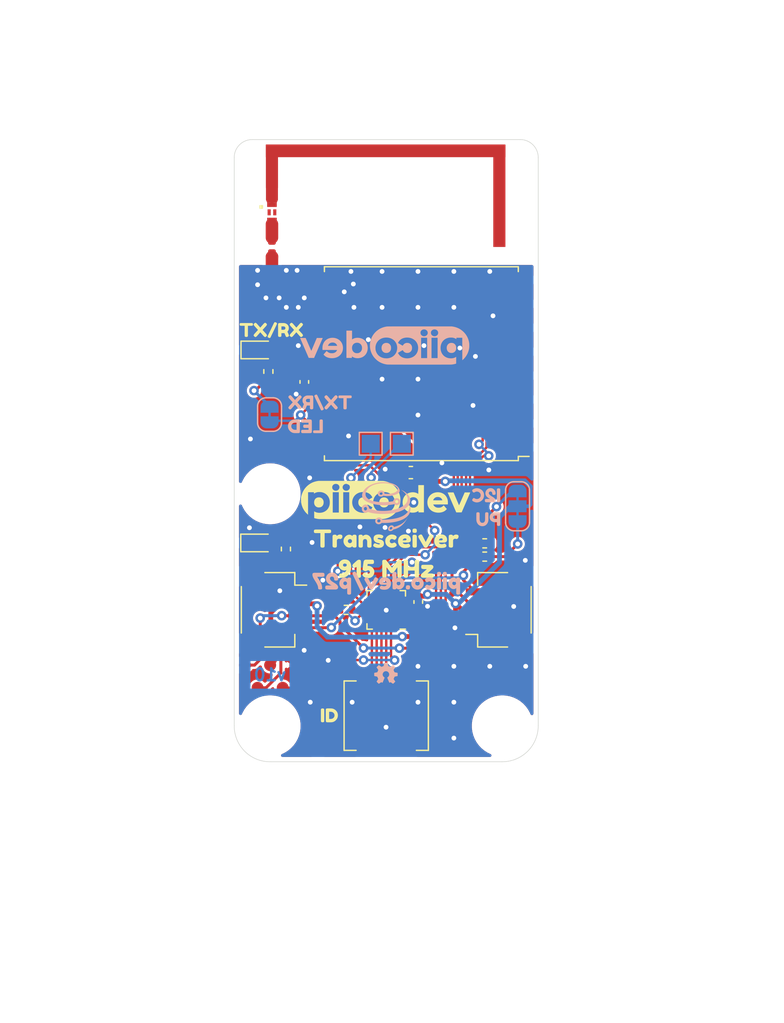
<source format=kicad_pcb>
(kicad_pcb (version 20211014) (generator pcbnew)
  (layers (0 "F.Cu" signal) (31 "B.Cu" signal) (34 "B.Paste" user) (35 "F.Paste" user) (36 "B.SilkS" user "B.Silkscreen") (37 "F.SilkS" user "F.Silkscreen") (38 "B.Mask" user) (39 "F.Mask" user) (44 "Edge.Cuts" user))
  (net 0 "")
  (net 1 "+3V3")
  (net 2 "GND")
  (net 3 "Net-(D1-Pad2)")
  (net 4 "/SCL")
  (net 5 "/SDA")
  (net 6 "Net-(JP2-Pad1)")
  (net 7 "Net-(JP2-Pad3)")
  (net 8 "/UPDI")
  (net 9 "/ADD2")
  (net 10 "/ADD1")
  (net 11 "/PWR_LED")
  (net 12 "/ADD3")
  (net 13 "/ADD4")
  (net 14 "/MISO")
  (net 15 "/SCK")
  (net 16 "/NSS")
  (net 17 "/RF")
  (net 18 "/MOSI")
  (net 19 "/RESET")
  (net 20 "Net-(R4-Pad1)")
  (net 22 "/DIO0")
  (net 24 "Net-(D2-Pad2)")
  (net 25 "Net-(JP1-Pad1)")
  (net 26 "Net-(AE1-Pad1)")
  (net 27 "/RF2")
  (net 28 "/RF1")
  (net 33 "/RXD")
  (net 34 "/TXD")
  (footprint "Connector_JST:JST_SH_SM04B-SRSS-TB_1x04-1MP_P1.00mm_Horizontal" (layer "F.Cu") (at 106.7054 101.346 90)
    (fp_text reference "J2" hide)
    (fp_text value " ")
  )
  (footprint "CoreElectronics_Components:MountingHole_2.7mm_M2.5_PadClearance_1.2" (layer "F.Cu") (at 87.5792 111.0488)
    (fp_text reference "H1" hide)
    (fp_text value "MountingHole" hide)
  )
  (footprint "Fiducial:Fiducial_1mm_Mask2mm" (layer "F.Cu") (at 91.578 112.555)
    (fp_text reference "FID1" hide)
    (fp_text value "Fiducial" hide)
  )
  (footprint "CoreElectronics_Components:MountingHole_2.7mm_M2.5_PadClearance_1.2" (layer "F.Cu") (at 106.982 111.0488)
    (fp_text reference "H2" hide)
    (fp_text value "MountingHole" hide)
  )
  (footprint "Fiducial:Fiducial_1mm_Mask2mm" (layer "F.Cu") (at 104.434 77.068)
    (fp_text reference "FID2" hide)
    (fp_text value "Fiducial" hide)
  )
  (footprint "Resistor_SMD:R_0402_1005Metric" (layer "F.Cu") (at 88.9 96.266 90)
    (fp_text reference "R1" hide)
    (fp_text value "10k")
  )
  (footprint "LED_SMD:LED_0603_1608Metric" (layer "F.Cu") (at 86.614 95.758)
    (fp_text reference "D1" hide)
    (fp_text value "LED")
  )
  (footprint "Connector_JST:JST_SH_SM04B-SRSS-TB_1x04-1MP_P1.00mm_Horizontal" (layer "F.Cu") (at 87.8586 101.346 -90)
    (fp_text reference "J1" hide)
    (fp_text value " " hide)
  )
  (footprint "Resistor_SMD:R_0402_1005Metric" (layer "F.Cu") (at 105.5116 96.901 180)
    (fp_text reference "R2" hide)
    (fp_text value "10k")
  )
  (footprint "Package_DFN_QFN:VQFN-20-1EP_3x3mm_P0.4mm_EP1.7x1.7mm" (layer "F.Cu") (at 97.282 101.3536 180)
    (fp_text reference "U1" hide)
    (fp_text value "ATtiny1616-M")
  )
  (footprint "Capacitor_SMD:C_0402_1005Metric" (layer "F.Cu") (at 99.96 100.6932 90)
    (fp_text reference "C1" hide)
    (fp_text value "100n")
  )
  (footprint "CoreElectronics_Artwork:piicodev_logo_14.2x3.4mm" (layer "F.Cu") (at 97.249953 92.272851)
    (fp_text reference "G1" hide)
    (fp_text value "LOGO_PiicoDev" hide)
  )
  (footprint "Resistor_SMD:R_0402_1005Metric" (layer "F.Cu") (at 105.5096 95.7916 180)
    (fp_text reference "R3" hide)
    (fp_text value "10k")
  )
  (footprint "CoreElectronics_Components:SW_DIP_x04_Slide_CHS-04A1" (layer "F.Cu") (at 97.282 110.1928)
    (fp_text reference "SW1" hide)
    (fp_text value "ADDR")
  )
  (footprint "CoreElectronics_Components:HOPERF_RFM69HCW_SMD" (layer "F.Cu") (at 100.2166 80.778 180)
    (fp_text reference "U2" hide)
    (fp_text value "RFM69HCW")
  )
  (footprint "kibuzzard-637C5BCC" (layer "F.Cu") (at 97.284 95.368)
    (fp_text reference "kibuzzard-637C5BCC" hide)
    (fp_text value "G***" hide)
  )
  (footprint "kibuzzard-637C5B84" (layer "F.Cu") (at 87.684 77.968)
    (fp_text reference "kibuzzard-637C5B84" hide)
    (fp_text value "G***" hide)
  )
  (footprint "kibuzzard-637C5BDE" (layer "F.Cu") (at 97.284 97.918)
    (fp_text reference "kibuzzard-637C5BDE" hide)
    (fp_text value "G***" hide)
  )
  (footprint "Resistor_SMD:R_0402_1005Metric" (layer "F.Cu") (at 93.9292 101.3536 180)
    (fp_text reference "R4" hide)
    (fp_text value "120R")
  )
  (footprint "Capacitor_SMD:C_0402_1005Metric" (layer "F.Cu") (at 90.4376 82.299482 90)
    (fp_text reference "C2" hide)
    (fp_text value "100n")
  )
  (footprint "Capacitor_SMD:C_0603_1608Metric" (layer "F.Cu") (at 99.34 89.878)
    (fp_text reference "C3" hide)
    (fp_text value "10u")
  )
  (footprint "Resistor_SMD:R_0402_1005Metric" (layer "F.Cu") (at 87.434 81.428 90)
    (fp_text reference "R5" hide)
    (fp_text value "10k")
  )
  (footprint "CoreElectronics_Components:MountingHole_2.7mm_M2.5_PadClearance_1.2" (layer "F.Cu") (at 87.582 91.6488)
    (fp_text reference "H3" hide)
    (fp_text value "MountingHole" hide)
  )
  (footprint "CoreElectronics_Components:Antenna_Chip_TDK_ANT160920ST-1204A1" (layer "F.Cu") (at 87.734 68.128 -90)
    (fp_text reference "AE1" hide)
    (fp_text value "Antenna_Chip_No_Antenna_Symbol")
  )
  (footprint "LED_SMD:LED_0603_1608Metric" (layer "F.Cu") (at 86.634 79.628)
    (fp_text reference "D2" hide)
    (fp_text value "LED")
  )
  (footprint "kibuzzard-637C5DFB" (layer "F.Cu") (at 92.534 110.168)
    (fp_text reference "kibuzzard-637C5DFB" hide)
    (fp_text value "G***" hide)
  )
  (footprint "Inductor_SMD:L_0402_1005Metric" (layer "F.Cu") (at 89.334 74.728 90)
    (fp_text reference "L1" hide)
    (fp_text value "4.3n")
  )
  (footprint "Project Library:PiicoDev_Radio_Antenna" (layer "F.Cu") (at 87.734 68.115 90)
    (fp_text reference "AE2" hide)
    (fp_text value "Antenna" hide)
  )
  (footprint "Inductor_SMD:L_0402_1005Metric" (layer "F.Cu") (at 87.734 73.463 90)
    (fp_text reference "L2" hide)
    (fp_text value "1nH")
  )
  (footprint "Inductor_SMD:L_0402_1005Metric" (layer "F.Cu") (at 87.734 71.028 90)
    (fp_text reference "L3" hide)
    (fp_text value "10n")
  )
  (footprint "CoreElectronics_Components:TestPoint_Pad_D1.0mm_x05_Pattern1" (layer "F.Cu") (at 87.5822 106.9168 -90)
    (fp_text reference "J3" hide)
    (fp_text value "Conn_01x05_Male" hide)
  )
  (footprint "CoreElectronics_Artwork:piicodev_logo_14.2x3.4mm" (layer "B.Cu") (at 97.138047 79.362851 180)
    (fp_text reference "G3" hide)
    (fp_text value "LOGO_made-with-love" hide)
  )
  (footprint "CoreElectronics_Artwork:oshw" (layer "B.Cu") (at 97.264 106.658 180)
    (fp_text reference "LOGO1" hide)
    (fp_text value "Logo_Open_Hardware_Small" hide)
  )
  (footprint "CoreElectronics_Components:SolderJumper-3_P1.3mm_Closed_RoundedPad1.0x1.5mm_NumberLabels" (layer "B.Cu") (at 108.2548 92.6928 -90)
    (fp_text reference "JP2" hide)
    (fp_text value "I2C PU")
  )
  (footprint "CoreElectronics_Artwork:CoreElectronics_logo_5mm_v2" (layer "B.Cu") (at 97.274 92.728 180)
    (fp_text reference "G2" hide)
    (fp_text value "LOGO_CoreElectronics_no-text" hide)
  )
  (footprint "kibuzzard-637C5EDA" (layer "B.Cu") (at 97.284 99.118 180)
    (fp_text reference "kibuzzard-637C5EDA" hide)
    (fp_text value "G***" hide)
  )
  (footprint "TestPoint:TestPoint_Pad_1.5x1.5mm" (layer "B.Cu") (at 98.584 87.468 180)
    (fp_text reference "TP1" hide)
    (fp_text value "TestPoint")
  )
  (footprint "kibuzzard-637C5F9F" (layer "B.Cu") (at 91.734 84.968 180)
    (fp_text reference "kibuzzard-637C5F9F" hide)
    (fp_text value "G***" hide)
  )
  (footprint "kibuzzard-637C5EAE" (layer "B.Cu") (at 105.634 92.768 180)
    (fp_text reference "kibuzzard-637C5EAE" hide)
    (fp_text value "G***" hide)
  )
  (footprint "TestPoint:TestPoint_Pad_1.5x1.5mm" (layer "B.Cu") (at 95.984 87.468 180)
    (fp_text reference "TP2" hide)
    (fp_text value "TestPoint")
  )
  (footprint "CoreElectronics_Components:SolderJumper-2_P1.3mm_Bridged_RoundedPad1.0x1.5mm" (layer "B.Cu") (at 87.534 85.028 -90)
    (fp_text reference "JP1" hide)
    (fp_text value "SolderJumper_2_Bridged")
  )
  (gr_poly (pts (xy 88.134 67.328) (xy 87.334 67.328) (xy 87.234 67.078) (xy 88.234 67.078)) (layer "F.Cu") (width 0.001) (fill solid))
  (gr_arc (start 109.982 110.998) (mid 109.119589 113.147586) (end 106.9848 114.046) (layer "Edge.Cuts") (width 0.05))
  (gr_arc (start 87.63 114.046) (mid 85.475881 113.188199) (end 84.582 111.0488) (layer "Edge.Cuts") (width 0.05))
  (gr_line (start 106.9848 114.046) (end 87.63 114.046) (layer "Edge.Cuts") (width 0.05))
  (gr_line (start 84.582 111.0488) (end 84.582 63.546) (layer "Edge.Cuts") (width 0.05))
  (gr_line (start 86.082 62.046) (end 108.482 62.046) (layer "Edge.Cuts") (width 0.05))
  (gr_arc (start 84.582 63.546) (mid 85.02134 62.48534) (end 86.082 62.046) (layer "Edge.Cuts") (width 0.05))
  (gr_arc (start 108.482 62.046) (mid 109.54266 62.48534) (end 109.982 63.546) (layer "Edge.Cuts") (width 0.05))
  (gr_line (start 109.982 63.546) (end 109.982 110.998) (layer "Edge.Cuts") (width 0.05))
  (gr_text "v10" (at 87.572 106.78) (layer "B.Cu") (effects (font (size 1 1) (thickness 0.2)) (justify mirror)))
  (segment (start 102.212918 90.615082) (end 101.0112 90.615082) (width 0.4) (layer "F.Cu") (net 1))
  (segment (start 87.9204 105.6256) (end 87.9204 102.7252) (width 0.4) (layer "F.Cu") (net 1))
  (segment (start 87.641 102.4458) (end 87.641 101.589) (width 0.4) (layer "F.Cu") (net 1))
  (segment (start 101.159361 103.583165) (end 103.0732 101.669326) (width 0.4) (layer "F.Cu") (net 1))
  (segment (start 99.96 100.240946) (end 99.96 100.2132) (width 0.2) (layer "F.Cu") (net 1))
  (segment (start 101.0112 90.615082) (end 100.115 89.718882) (width 0.4) (layer "F.Cu") (net 1))
  (segment (start 98.732 100.9536) (end 99.247346 100.9536) (width 0.2) (layer "F.Cu") (net 1))
  (segment (start 104.0984 101.846) (end 103.0732 100.8208) (width 0.4) (layer "F.Cu") (net 1))
  (segment (start 88.384 100.846) (end 89.8586 100.846) (width 0.4) (layer "F.Cu") (net 1))
  (segment (start 99.247346 100.9536) (end 99.96 100.240946) (width 0.2) (layer "F.Cu") (net 1))
  (segment (start 103.0732 101.669326) (end 103.0732 100.8208) (width 0.4) (layer "F.Cu") (net 1))
  (segment (start 87.5792 105.9668) (end 87.9204 105.6256) (width 0.4) (layer "F.Cu") (net 1))
  (segment (start 87.641 101.589) (end 88.384 100.846) (width 0.4) (layer "F.Cu") (net 1))
  (segment (start 92.6166 81.778) (end 94.344 81.778) (width 0.4) (layer "F.Cu") (net 1))
  (segment (start 91.3244 100.846) (end 91.5018 101.0234) (width 0.4) (layer "F.Cu") (net 1))
  (segment (start 90.479082 81.778) (end 90.4376 81.819482) (width 0.4) (layer "F.Cu") (net 1))
  (segment (start 89.8586 100.846) (end 91.3244 100.846) (width 0.4) (layer "F.Cu") (net 1))
  (segment (start 92.6166 81.778) (end 90.479082 81.778) (width 0.4) (layer "F.Cu") (net 1))
  (segment (start 100.115 87.549) (end 100.115 89.878) (width 0.4) (layer "F.Cu") (net 1))
  (segment (start 99.96 100.2132) (end 100.575097 100.2132) (width 0.4) (layer "F.Cu") (net 1))
  (segment (start 104.7054 101.846) (end 104.0984 101.846) (width 0.4) (layer "F.Cu") (net 1))
  (segment (start 100.575097 100.2132) (end 100.7337 100.054597) (width 0.4) (layer "F.Cu") (net 1))
  (segment (start 98.61916 103.583165) (end 101.159361 103.583165) (width 0.4) (layer "F.Cu") (net 1))
  (segment (start 94.344 81.778) (end 100.115 87.549) (width 0.4) (layer "F.Cu") (net 1))
  (segment (start 87.9204 102.7252) (end 87.641 102.4458) (width 0.4) (layer "F.Cu") (net 1))
  (via (at 91.5018 101.0234) (size 0.8) (drill 0.4) (layers "F.Cu" "B.Cu") (net 1))
  (via (at 98.61916 103.583165) (size 0.8) (drill 0.4) (layers "F.Cu" "B.Cu") (net 1))
  (via (at 103.0732 100.8208) (size 0.8) (drill 0.4) (layers "F.Cu" "B.Cu") (net 1))
  (via (at 100.7337 100.054597) (size 0.8) (drill 0.4) (layers "F.Cu" "B.Cu") (net 1))
  (via (at 102.212918 90.615082) (size 0.8) (drill 0.4) (layers "F.Cu" "B.Cu") (net 1))
  (segment (start 108.847355 90.5658) (end 109.332 91.050445) (width 0.4) (layer "B.Cu") (net 1))
  (segment (start 91.5018 102.763271) (end 91.5018 101.0234) (width 0.4) (layer "B.Cu") (net 1))
  (segment (start 106.7441 97.396651) (end 103.319951 100.8208) (width 0.4) (layer "B.Cu") (net 1))
  (segment (start 109.3548 92.543) (end 109.205 92.6928) (width 0.3) (layer "B.Cu") (net 1))
  (segment (start 109.3548 91.040718) (end 109.3548 92.543) (width 0.3) (layer "B.Cu") (net 1))
  (segment (start 102.2622 90.5658) (end 108.847355 90.5658) (width 0.4) (layer "B.Cu") (net 1))
  (segment (start 102.212918 90.615082) (end 102.2622 90.5658) (width 0.4) (layer "B.Cu") (net 1))
  (segment (start 103.319951 100.8208) (end 103.0732 100.8208) (width 0.4) (layer "B.Cu") (net 1))
  (segment (start 103.0732 100.8208) (end 102.306997 100.054597) (width 0.4) (layer "B.Cu") (net 1))
  (segment (start 108.8748 92.6928) (end 108.2548 92.6928) (width 0.4) (layer "B.Cu") (net 1))
  (segment (start 102.306997 100.054597) (end 100.7337 100.054597) (width 0.4) (layer "B.Cu") (net 1))
  (segment (start 109.205 92.6928) (end 108.2548 92.6928) (width 0.3) (layer "B.Cu") (net 1))
  (segment (start 106.7441 93.6066) (end 107.6579 92.6928) (width 0.4) (layer "B.Cu") (net 1))
  (segment (start 106.7441 93.6066) (end 106.7441 97.396651) (width 0.4) (layer "B.Cu") (net 1))
  (segment (start 98.575525 103.6268) (end 92.365329 103.6268) (width 0.4) (layer "B.Cu") (net 1))
  (segment (start 107.6579 92.6928) (end 108.2548 92.6928) (width 0.4) (layer "B.Cu") (net 1))
  (segment (start 92.365329 103.6268) (end 91.5018 102.763271) (width 0.4) (layer "B.Cu") (net 1))
  (segment (start 98.61916 103.583165) (end 98.575525 103.6268) (width 0.4) (layer "B.Cu") (net 1))
  (segment (start 89.899082 83.318) (end 90.4376 82.779482) (width 0.4) (layer "F.Cu") (net 2))
  (segment (start 104.7054 102.846) (end 104.1959 102.846) (width 0.2) (layer "F.Cu") (net 2))
  (segment (start 85.8265 94.5135) (end 85.852 94.488) (width 0.25) (layer "F.Cu") (net 2))
  (segment (start 99.7034 101.3536) (end 99.8838 101.1732) (width 0.2) (layer "F.Cu") (net 2))
  (segment (start 97.321 89.718882) (end 97.194 89.591882) (width 0.4) (layer "F.Cu") (net 2))
  (segment (start 98.732 101.3536) (end 97.282 101.3536) (width 0.2) (layer "F.Cu") (net 2))
  (segment (start 89.6792 105.9668) (end 89.6792 105.4772) (width 0.4) (layer "F.Cu") (net 2))
  (segment (start 85.8265 95.758) (end 85.8265 94.5135) (width 0.25) (layer "F.Cu") (net 2))
  (segment (start 104.7054 102.846) (end 104.116 102.846) (width 0.2) (layer "F.Cu") (net 2))
  (segment (start 89.8586 99.846) (end 88.484 99.846) (width 0.25) (layer "F.Cu") (net 2))
  (segment (start 96.647 112.7328) (end 95.377 112.7328) (width 0.4) (layer "F.Cu") (net 2))
  (segment (start 99.187 112.7328) (end 97.917 112.7328) (width 0.4) (layer "F.Cu") (net 2))
  (segment (start 97.917 112.7328) (end 96.647 112.7328) (width 0.4) (layer "F.Cu") (net 2))
  (segment (start 98.565 89.718882) (end 97.321 89.718882) (width 0.4) (layer "F.Cu") (net 2))
  (segment (start 88.484 99.846) (end 88.392 99.754) (width 0.25) (layer "F.Cu") (net 2))
  (segment (start 89.7557 83.318) (end 89.899082 83.318) (width 0.4) (layer "F.Cu") (net 2))
  (segment (start 89.6792 105.4772) (end 90.424 104.7324) (width 0.4) (layer "F.Cu") (net 2))
  (segment (start 104.1092 102.8528) (end 103.0224 102.8528) (width 0.4) (layer "F.Cu") (net 2))
  (segment (start 98.732 101.3536) (end 99.7034 101.3536) (width 0.2) (layer "F.Cu") (net 2))
  (segment (start 99.96 101.1732) (end 100.6146 101.1732) (width 0.4) (layer "F.Cu") (net 2))
  (segment (start 104.116 102.846) (end 104.1092 102.8528) (width 0.4) (layer "F.Cu") (net 2))
  (segment (start 97.917 111.8074) (end 97.2676 111.158) (width 0.4) (layer "F.Cu") (net 2))
  (segment (start 97.917 112.7328) (end 97.917 111.8074) (width 0.4) (layer "F.Cu") (net 2))
  (segment (start 100.6146 101.1732) (end 100.7337 101.0541) (width 0.4) (layer "F.Cu") (net 2))
  (via (at 107.934 101.068) (size 0.8) (drill 0.4) (layers "F.Cu" "B.Cu") (net 2))
  (via (at 85.934 87.068) (size 0.8) (drill 0.4) (layers "F.Cu" "B.Cu") (net 2))
  (via (at 85.852 94.488) (size 0.8) (drill 0.4) (layers "F.Cu" "B.Cu") (net 2))
  (via (at 104.534 84.268) (size 0.8) (drill 0.4) (layers "F.Cu" "B.Cu") (net 2))
  (via (at 90.424 104.7324) (size 0.8) (drill 0.4) (layers "F.Cu" "B.Cu") (net 2))
  (via (at 87.234 75.278) (size 0.8) (drill 0.4) (layers "F.Cu" "B.Cu") (net 2))
  (via (at 96.934 76.068) (size 0.8) (drill 0.4) (layers "F.Cu" "B.Cu") (net 2))
  (via (at 99.934 109.068) (size 0.8) (drill 0.4) (layers "F.Cu" "B.Cu") (net 2))
  (via (at 94.534 74.118) (size 0.8) (drill 0.4) (layers "F.Cu" "B.Cu") (net 2))
  (via (at 94.334 73.068) (size 0.8) (drill 0.4) (layers "F.Cu" "B.Cu") (net 2))
  (via (at 99.934 76.068) (size 0.8) (drill 0.4) (layers "F.Cu" "B.Cu") (net 2))
  (via (at 89.7557 83.318) (size 0.8) (drill 0.4) (layers "F.Cu" "B.Cu") (net 2))
  (via (at 95.784 78.768) (size 0.8) (drill 0.4) (layers "F.Cu" "B.Cu") (net 2))
  (via (at 102.934 112.068) (size 0.8) (drill 0.4) (layers "F.Cu" "B.Cu") (net 2))
  (via (at 94.584 76.068) (size 0.8) (drill 0.4) (layers "F.Cu" "B.Cu") (net 2))
  (via (at 108.934 106.068) (size 0.8) (drill 0.4) (layers "F.Cu" "B.Cu") (net 2))
  (via (at 89.834 72.978) (size 0.8) (drill 0.4) (layers "F.Cu" "B.Cu") (net 2))
  (via (at 100.7337 101.0541) (size 0.8) (drill 0.4) (layers "F.Cu" "B.Cu") (net 2))
  (via (at 103.0224 102.8528) (size 0.8) (drill 0.4) (layers "F.Cu" "B.Cu") (net 2))
  (via (at 86.534 72.978) (size 0.8) (drill 0.4) (layers "F.Cu" "B.Cu") (net 2))
  (via (at 96.934 82.068) (size 0.8) (drill 0.4) (layers "F.Cu" "B.Cu") (net 2))
  (via (at 88.392 99.754) (size 0.8) (drill 0.4) (layers "F.Cu" "B.Cu") (net 2))
  (via (at 97.2676 111.158) (size 0.8) (drill 0.4) (layers "F.Cu" "B.Cu") (net 2))
  (via (at 97.194 89.591882) (size 0.8) (drill 0.4) (layers "F.Cu" "B.Cu") (net 2))
  (via (at 90.884 90.318) (size 0.8) (drill 0.4) (layers "F.Cu" "B.Cu") (net 2))
  (via (at 90.434 75.278) (size 0.8) (drill 0.4) (layers "F.Cu" "B.Cu") (net 2))
  (via (at 100.434 79.268) (size 0.8) (drill 0.4) (layers "F.Cu" "B.Cu") (net 2))
  (via (at 102.934 73.068) (size 0.8) (drill 0.4) (layers "F.Cu" "B.Cu") (net 2))
  (via (at 88.334 75.278) (size 0.8) (drill 0.4) (layers "F.Cu" "B.Cu") (net 2))
  (via (at 105.934 73.068) (size 0.8) (drill 0.4) (layers "F.Cu" "B.Cu") (net 2))
  (via (at 97.282 101.379) (size 0.8) (drill 0.4) (layers "F.Cu" "B.Cu") (net 2))
  (via (at 108.9008 97.2134) (size 0.8) (drill 0.4) (layers "F.Cu" "B.Cu") (net 2))
  (via (at 94.434 109.068) (size 0.8) (drill 0.4) (layers "F.Cu" "B.Cu") (net 2))
  (via (at 99.934 73.068) (size 0.8) (drill 0.4) (layers "F.Cu" "B.Cu") (net 2))
  (via (at 104.734 80.168) (size 0.8) (drill 0.4) (layers "F.Cu" "B.Cu") (net 2))
  (via (at 88.934 76.068) (size 0.8) (drill 0.4) (layers "F.Cu" "B.Cu") (net 2))
  (via (at 91.084 95.718) (size 0.8) (drill 0.4) (layers "F.Cu" "B.Cu") (net 2))
  (via (at 89.934 79.268) (size 0.8) (drill 0.4) (layers "F.Cu" "B.Cu") (net 2))
  (via (at 95.084 94.418) (size 0.8) (drill 0.4) (layers "F.Cu" "B.Cu") (net 2))
  (via (at 90.934 109.068) (size 0.8) (drill 0.4) (layers "F.Cu" "B.Cu") (net 2))
  (via (at 92.434 105.568) (size 0.8) (drill 0.4) (layers "F.Cu" "B.Cu") (net 2))
  (via (at 91.984 98.868) (size 0.8) (drill 0.4) (layers "F.Cu" "B.Cu") (net 2))
  (via (at 93.773794 74.771758) (size 0.8) (drill 0.4) (layers "F.Cu" "B.Cu") (net 2))
  (via (at 102.934 76.068) (size 0.8) (drill 0.4) (layers "F.Cu" "B.Cu") (net 2))
  (via (at 101.934 89.068) (size 0.8) (drill 0.4) (layers "F.Cu" "B.Cu") (net 2))
  (via (at 103.434 79.468) (size 0.8) (drill 0.4) (layers "F.Cu" "B.Cu") (net 2))
  (via (at 102.934 106.068) (size 0.8) (drill 0.4) (layers "F.Cu" "B.Cu") (net 2))
  (via (at 88.934 72.978) (size 0.8) (drill 0.4) (layers "F.Cu" "B.Cu") (net 2))
  (via (at 102.934 109.068) (size 0.8) (drill 0.4) (layers "F.Cu" "B.Cu") (net 2))
  (via (at 99.584 92.368) (size 0.8) (drill 0.4) (layers "F.Cu" "B.Cu") (net 2))
  (via (at 105.934 106.068) (size 0.8) (drill 0.4) (layers "F.Cu" "B.Cu") (net 2))
  (via (at 99.934 82.068) (size 0.8) (drill 0.4) (layers "F.Cu" "B.Cu") (net 2))
  (via (at 106.204 76.778) (size 0.8) (drill 0.4) (layers "F.Cu" "B.Cu") (net 2))
  (via (at 86.534 74.178) (size 0.8) (drill 0.4) (layers "F.Cu" "B.Cu") (net 2))
  (via (at 99.134 94.768) (size 0.8) (drill 0.4) (layers "F.Cu" "B.Cu") (net 2))
  (via (at 105.854 89.658) (size 0.8) (drill 0.4) (layers "F.Cu" "B.Cu") (net 2))
  (via (at 99.934 106.068) (size 0.8) (drill 0.4) (layers "F.Cu" "B.Cu") (net 2))
  (via (at 96.934 73.068) (size 0.8) (drill 0.4) (layers "F.Cu" "B.Cu") (net 2))
  (via (at 89.934 76.068) (size 0.8) (drill 0.4) (layers "F.Cu" "B.Cu") (net 2))
  (via (at 94.134 86.818) (size 0.8) (drill 0.4) (layers "F.Cu" "B.Cu") (net 2))
  (via (at 97.184 94.468) (size 0.8) (drill 0.4) (layers "F.Cu" "B.Cu") (net 2))
  (via (at 99.934 85.068) (size 0.8) (drill 0.4) (layers "F.Cu" "B.Cu") (net 2))
  (segment (start 87.4015 95.758) (end 88.898 95.758) (width 0.25) (layer "F.Cu") (net 3))
  (segment (start 88.898 95.758) (end 88.9 95.756) (width 0.25) (layer "F.Cu") (net 3))
  (segment (start 95.832 101.7536) (end 95.189807 101.7536) (width 0.2) (layer "F.Cu") (net 4))
  (segment (start 88.4792 103.157) (end 88.7902 102.846) (width 0.25) (layer "F.Cu") (net 4))
  (segment (start 87.236306 107.8668) (end 88.4792 106.623906) (width 0.25) (layer "F.Cu") (net 4))
  (segment (start 88.7902 102.846) (end 89.8586 102.846) (width 0.25) (layer "F.Cu") (net 4))
  (segment (start 103.734 98.468) (end 103.734 98.8746) (width 0.25) (layer "F.Cu") (net 4))
  (segment (start 89.8586 102.846) (end 92.6775 102.846) (width 0.25) (layer "F.Cu") (net 4))
  (segment (start 88.4792 106.623906) (end 88.4792 103.157) (width 0.25) (layer "F.Cu") (net 4))
  (segment (start 104.9968 96.901) (end 105.0016 96.901) (width 0.25) (layer "F.Cu") (net 4))
  (segment (start 86.5292 107.8668) (end 87.236306 107.8668) (width 0.25) (layer "F.Cu") (net 4))
  (segment (start 103.734 98.8746) (end 104.7054 99.846) (width 0.25) (layer "F.Cu") (net 4))
  (segment (start 103.734 98.468) (end 103.734 98.1638) (width 0.25) (layer "F.Cu") (net 4))
  (segment (start 103.734 98.1638) (end 104.9968 96.901) (width 0.25) (layer "F.Cu") (net 4))
  (segment (start 92.6775 102.846) (end 92.6967 102.8268) (width 0.25) (layer "F.Cu") (net 4))
  (segment (start 95.189807 101.7536) (end 94.677624 102.265783) (width 0.2) (layer "F.Cu") (net 4))
  (via (at 94.677624 102.265783) (size 0.8) (drill 0.4) (layers "F.Cu" "B.Cu") (net 4))
  (via (at 92.6967 102.8268) (size 0.8) (drill 0.4) (layers "F.Cu" "B.Cu") (net 4))
  (via (at 103.734 98.468) (size 0.8) (drill 0.4) (layers "F.Cu" "B.Cu") (net 4))
  (segment (start 103.734 98.468) (end 103.523 98.679) (width 0.25) (layer "B.Cu") (net 4))
  (segment (start 93.97885 101.567009) (end 93.97885 101.54465) (width 0.2) (layer "B.Cu") (net 4))
  (segment (start 103.523 98.679) (end 96.8445 98.679) (width 0.25) (layer "B.Cu") (net 4))
  (segment (start 94.677624 102.265783) (end 93.97885 101.567009) (width 0.2) (layer "B.Cu") (net 4))
  (segment (start 96.8445 98.679) (end 93.97885 101.54465) (width 0.25) (layer "B.Cu") (net 4))
  (segment (start 92.6967 102.8268) (end 93.97885 101.54465) (width 0.25) (layer "B.Cu") (net 4))
  (segment (start 93.4217 102.584297) (end 93.4217 102.3155) (width 0.25) (layer "F.Cu") (net 5))
  (segment (start 104.258649 100.846) (end 102.7789 99.366251) (width 0.25) (layer "F.Cu") (net 5))
  (segment (start 104.4558 104.554) (end 105.8054 103.2044) (width 0.25) (layer "F.Cu") (net 5))
  (segment (start 105.8054 103.2044) (end 105.8054 101.499249) (width 0.25) (layer "F.Cu") (net 5))
  (segment (start 89.8586 101.846) (end 88.5536 101.846) (width 0.25) (layer "F.Cu") (net 5))
  (segment (start 98.3815 104.554) (end 104.4558 104.554) (width 0.25) (layer "F.Cu") (net 5))
  (segment (start 87.2086 103.258) (end 86.752 102.8014) (width 0.25) (layer "F.Cu") (net 5))
  (segment (start 93.4192 101.3536) (end 93.4192 101.379) (width 0.25) (layer "F.Cu") (net 5))
  (segment (start 102.7789 98.0123) (end 104.9996 95.7916) (width 0.25) (layer "F.Cu") (net 5))
  (segment (start 104.7054 100.846) (end 104.258649 100.846) (width 0.25) (layer "F.Cu") (net 5))
  (segment (start 102.7789 99.366251) (end 102.7789 98.0123) (width 0.25) (layer "F.Cu") (net 5))
  (segment (start 105.152151 100.846) (end 104.7054 100.846) (width 0.25) (layer "F.Cu") (net 5))
  (segment (start 86.279 105.9668) (end 87.2086 105.0372) (width 0.25) (layer "F.Cu") (net 5))
  (segment (start 93.4217 102.3155) (end 92.9522 101.846) (width 0.25) (layer "F.Cu") (net 5))
  (segment (start 87.2086 105.0372) (end 87.2086 103.258) (width 0.25) (layer "F.Cu") (net 5))
  (segment (start 86.752 102.8014) (end 86.752 102.0394) (width 0.25) (layer "F.Cu") (net 5))
  (segment (start 85.4792 105.9668) (end 86.279 105.9668) (width 0.25) (layer "F.Cu") (net 5))
  (segment (start 92.9522 101.846) (end 89.8586 101.846) (width 0.25) (layer "F.Cu") (net 5))
  (segment (start 95.3825 104.545097) (end 93.4217 102.584297) (width 0.25) (layer "F.Cu") (net 5))
  (segment (start 88.5536 101.846) (end 88.5444 101.8368) (width 0.25) (layer "F.Cu") (net 5))
  (segment (start 105.8054 101.499249) (end 105.152151 100.846) (width 0.25) (layer "F.Cu") (net 5))
  (segment (start 93.4192 101.379) (end 92.9522 101.846) (width 0.25) (layer "F.Cu") (net 5))
  (via (at 98.3815 104.554) (size 0.8) (drill 0.4) (layers "F.Cu" "B.Cu") (net 5))
  (via (at 88.5444 101.8368) (size 0.8) (drill 0.4) (layers "F.Cu" "B.Cu") (net 5))
  (via (at 95.3825 104.545097) (size 0.8) (drill 0.4) (layers "F.Cu" "B.Cu") (net 5))
  (via (at 86.752 102.0394) (size 0.8) (drill 0.4) (layers "F.Cu" "B.Cu") (net 5))
  (segment (start 86.890627 101.900773) (end 86.752 102.0394) (width 0.25) (layer "B.Cu") (net 5))
  (segment (start 88.5444 101.8368) (end 86.890627 101.8368) (width 0.25) (layer "B.Cu") (net 5))
  (segment (start 98.372597 104.545097) (end 95.3825 104.545097) (width 0.25) (layer "B.Cu") (net 5))
  (segment (start 86.890627 101.8368) (end 86.890627 101.900773) (width 0.25) (layer "B.Cu") (net 5))
  (segment (start 98.3815 104.554) (end 98.372597 104.545097) (width 0.25) (layer "B.Cu") (net 5))
  (segment (start 106.495118 92.724918) (end 106.0196 93.200436) (width 0.25) (layer "F.Cu") (net 6))
  (segment (start 106.0196 93.200436) (end 106.0196 95.7916) (width 0.25) (layer "F.Cu") (net 6))
  (via (at 106.495118 92.724918) (size 0.8) (drill 0.4) (layers "F.Cu" "B.Cu") (net 6))
  (segment (start 107.827236 91.3928) (end 106.495118 92.724918) (width 0.25) (layer "B.Cu") (net 6))
  (segment (start 108.232 91.442082) (end 107.804436 91.442082) (width 0.25) (layer "B.Cu") (net 6))
  (segment (start 106.0216 96.901) (end 107.2066 96.901) (width 0.25) (layer "F.Cu") (net 7))
  (segment (start 107.2066 96.901) (end 108.2658 95.8418) (width 0.25) (layer "F.Cu") (net 7))
  (via (at 108.2658 95.8418) (size 0.8) (drill 0.4) (layers "F.Cu" "B.Cu") (net 7))
  (segment (start 108.2658 95.8418) (end 108.2658 94.0038) (width 0.25) (layer "B.Cu") (net 7))
  (segment (start 108.2658 94.0038) (end 108.2548 93.9928) (width 0.25) (layer "B.Cu") (net 7))
  (segment (start 97.9815 105.557978) (end 97.682 105.258478) (width 0.2) (layer "F.Cu") (net 8))
  (segment (start 95.3825 105.5446) (end 94.5443 105.5446) (width 0.2) (layer "F.Cu") (net 8))
  (segment (start 94.5443 105.5446) (end 92.2221 107.8668) (width 0.2) (layer "F.Cu") (net 8))
  (segment (start 92.2221 107.8668) (end 88.6292 107.8668) (width 0.2) (layer "F.Cu") (net 8))
  (segment (start 97.682 105.258478) (end 97.682 102.829) (width 0.2) (layer "F.Cu") (net 8))
  (via (at 95.3825 105.5446) (size 0.8) (drill 0.4) (layers "F.Cu" "B.Cu") (net 8))
  (via (at 97.9815 105.557978) (size 0.8) (drill 0.4) (layers "F.Cu" "B.Cu") (net 8))
  (segment (start 95.3825 105.5446) (end 97.968122 105.5446) (width 0.2) (layer "B.Cu") (net 8))
  (segment (start 97.968122 105.5446) (end 97.9815 105.557978) (width 0.2) (layer "B.Cu") (net 8))
  (segment (start 97.917 107.1846) (end 96.882 106.1496) (width 0.2) (layer "F.Cu") (net 9))
  (segment (start 96.882 106.1496) (end 96.882 102.8036) (width 0.2) (layer "F.Cu") (net 9))
  (segment (start 97.917 107.6528) (end 97.917 107.1846) (width 0.2) (layer "F.Cu") (net 9))
  (segment (start 99.187 107.6528) (end 99.187 107.1428) (width 0.2) (layer "F.Cu") (net 10))
  (segment (start 97.282 105.9654) (end 97.282 102.8036) (width 0.2) (layer "F.Cu") (net 10))
  (segment (start 99.187 107.1428) (end 98.597 106.5528) (width 0.2) (layer "F.Cu") (net 10))
  (segment (start 98.597 106.5528) (end 97.8694 106.5528) (width 0.2) (layer "F.Cu") (net 10))
  (segment (start 97.8694 106.5528) (end 97.282 105.9654) (width 0.2) (layer "F.Cu") (net 10))
  (segment (start 98.082 99.4724) (end 98.082 99.9036) (width 0.2) (layer "F.Cu") (net 11))
  (segment (start 92.642 96.776) (end 88.9 96.776) (width 0.2) (layer "F.Cu") (net 11))
  (segment (start 99.434 97.371) (end 99.434 98.1204) (width 0.2) (layer "F.Cu") (net 11))
  (segment (start 93.234 97.368) (end 92.642 96.776) (width 0.2) (layer "F.Cu") (net 11))
  (segment (start 93.234 98.118) (end 93.234 97.368) (width 0.2) (layer "F.Cu") (net 11))
  (segment (start 99.434 98.1204) (end 98.082 99.4724) (width 0.2) (layer "F.Cu") (net 11))
  (via (at 99.434 97.371) (size 0.8) (drill 0.4) (layers "F.Cu" "B.Cu") (net 11))
  (via (at 93.234 98.118) (size 0.8) (drill 0.4) (layers "F.Cu" "B.Cu") (net 11))
  (segment (start 93.234 98.118) (end 96.804459 98.118) (width 0.2) (layer "B.Cu") (net 11))
  (segment (start 97.551459 97.371) (end 99.434 97.371) (width 0.2) (layer "B.Cu") (net 11))
  (segment (start 96.804459 98.118) (end 97.551459 97.371) (width 0.2) (layer "B.Cu") (net 11))
  (segment (start 96.482 106.3592) (end 96.647 106.5242) (width 0.2) (layer "F.Cu") (net 12))
  (segment (start 96.647 106.5242) (end 96.647 107.6528) (width 0.2) (layer "F.Cu") (net 12))
  (segment (start 96.482 102.8036) (end 96.482 106.3592) (width 0.2) (layer "F.Cu") (net 12))
  (segment (start 95.377 106.9272) (end 96.082 106.2222) (width 0.2) (layer "F.Cu") (net 13))
  (segment (start 96.082 106.2222) (end 96.082 102.7842) (width 0.2) (layer "F.Cu") (net 13))
  (segment (start 96.082 102.7842) (end 95.832 102.5342) (width 0.2) (layer "F.Cu") (net 13))
  (segment (start 95.832 102.5342) (end 95.832 102.1536) (width 0.2) (layer "F.Cu") (net 13))
  (segment (start 95.377 107.6528) (end 95.377 106.9272) (width 0.2) (layer "F.Cu") (net 13))
  (segment (start 101.846 97.778474) (end 101.846 101.623735) (width 0.2) (layer "F.Cu") (net 14))
  (segment (start 103.955 89.483712) (end 103.955 95.669474) (width 0.2) (layer "F.Cu") (net 14))
  (segment (start 107.8166 85.778) (end 106.224 85.778) (width 0.2) (layer "F.Cu") (net 14))
  (segment (start 105.665997 86.336003) (end 105.665997 87.772715) (width 0.2) (layer "F.Cu") (net 14))
  (segment (start 106.224 85.778) (end 105.665997 86.336003) (width 0.2) (layer "F.Cu") (net 14))
  (segment (start 101.316135 102.1536) (end 98.732 102.1536) (width 0.2) (layer "F.Cu") (net 14))
  (segment (start 101.846 101.623735) (end 101.316135 102.1536) (width 0.2) (layer "F.Cu") (net 14))
  (segment (start 105.665997 87.772715) (end 103.955 89.483712) (width 0.2) (layer "F.Cu") (net 14))
  (segment (start 103.955 95.669474) (end 101.846 97.778474) (width 0.2) (layer "F.Cu") (net 14))
  (segment (start 101.15045 101.7536) (end 98.732 101.7536) (width 0.2) (layer "F.Cu") (net 15))
  (segment (start 105.724 81.778) (end 103.582 83.92) (width 0.2) (layer "F.Cu") (net 15))
  (segment (start 103.582 83.92) (end 103.582 95.476789) (width 0.2) (layer "F.Cu") (net 15))
  (segment (start 101.446 97.612789) (end 101.446 101.45805) (width 0.2) (layer "F.Cu") (net 15))
  (segment (start 107.8166 81.778) (end 105.724 81.778) (width 0.2) (layer "F.Cu") (net 15))
  (segment (start 103.582 95.476789) (end 101.446 97.612789) (width 0.2) (layer "F.Cu") (net 15))
  (segment (start 101.446 101.45805) (end 101.15045 101.7536) (width 0.2) (layer "F.Cu") (net 15))
  (segment (start 99.0964 100.1892) (end 98.732 100.5536) (width 0.2) (layer "F.Cu") (net 16))
  (segment (start 106.174 79.778) (end 103.834 82.118) (width 0.2) (layer "F.Cu") (net 16))
  (segment (start 99.0964 99.499941) (end 99.0964 100.1892) (width 0.2) (layer "F.Cu") (net 16))
  (segment (start 103.255 82.697) (end 103.255 84.668) (width 0.2) (layer "F.Cu") (net 16))
  (segment (start 103.834 82.118) (end 103.255 82.697) (width 0.2) (layer "F.Cu") (net 16))
  (segment (start 103.255 84.673) (end 103.255 95.341341) (width 0.2) (layer "F.Cu") (net 16))
  (segment (start 103.255 95.341341) (end 99.0964 99.499941) (width 0.2) (layer "F.Cu") (net 16))
  (segment (start 107.8166 79.778) (end 106.174 79.778) (width 0.2) (layer "F.Cu") (net 16))
  (segment (start 92.2166 73.778) (end 90.784 73.778) (width 1.04516) (layer "F.Cu") (net 17))
  (segment (start 90.41184 74.15016) (end 87.734 74.15016) (width 1.04516) (layer "F.Cu") (net 17))
  (segment (start 90.784 73.778) (end 90.41184 74.15016) (width 1.04516) (layer "F.Cu") (net 17))
  (segment (start 105.423073 88.478087) (end 104.282 89.61916) (width 0.2) (layer "F.Cu") (net 18))
  (segment (start 105.338997 84.663003) (end 106.224 83.778) (width 0.2) (layer "F.Cu") (net 18))
  (segment (start 105.034 87.518) (end 105.338997 87.213003) (width 0.2) (layer "F.Cu") (net 18))
  (segment (start 105.338997 87.213003) (end 105.338997 84.663003) (width 0.2) (layer "F.Cu") (net 18))
  (segment (start 104.282 95.90816) (end 103.3662 96.82396) (width 0.2) (layer "F.Cu") (net 18))
  (segment (start 102.246 97.94416) (end 103.25108 96.93908) (width 0.2) (layer "F.Cu") (net 18))
  (segment (start 104.282 89.61916) (end 104.282 95.90816) (width 0.2) (layer "F.Cu") (net 18))
  (segment (start 101.231821 102.8036) (end 102.246 101.789421) (width 0.2) (layer "F.Cu") (net 18))
  (segment (start 102.246 101.789421) (end 102.246 97.94416) (width 0.2) (layer "F.Cu") (net 18))
  (segment (start 106.224 83.778) (end 107.8166 83.778) (width 0.2) (layer "F.Cu") (net 18))
  (segment (start 105.84663 88.478087) (end 105.423073 88.478087) (width 0.2) (layer "F.Cu") (net 18))
  (segment (start 103.3662 96.82396) (end 103.25108 96.93908) (width 0.2) (layer "F.Cu") (net 18))
  (segment (start 103.3662 96.82396) (end 102.246 97.94416) (width 0.2) (layer "F.Cu") (net 18))
  (segment (start 98.082 102.8036) (end 101.231821 102.8036) (width 0.2) (layer "F.Cu") (net 18))
  (via (at 105.84663 88.478087) (size 0.8) (drill 0.4) (layers "F.Cu" "B.Cu") (net 18))
  (via (at 105.034 87.518) (size 0.8) (drill 0.4) (layers "F.Cu" "B.Cu") (net 18))
  (segment (start 105.84663 88.33063) (end 105.034 87.518) (width 0.2) (layer "B.Cu") (net 18))
  (segment (start 105.84663 88.478087) (end 105.84663 88.33063) (width 0.2) (layer "B.Cu") (net 18))
  (segment (start 97.282 97.906846) (end 97.282 99.9036) (width 0.2) (layer "F.Cu") (net 19))
  (segment (start 108.1166 77.701882) (end 106.100118 77.701882) (width 0.2) (layer "F.Cu") (net 19))
  (segment (start 102.015893 96.118) (end 99.070846 96.118) (width 0.2) (layer "F.Cu") (net 19))
  (segment (start 102.928 95.205893) (end 102.015893 96.118) (width 0.2) (layer "F.Cu") (net 19))
  (segment (start 102.928 80.874) (end 102.928 95.205893) (width 0.2) (layer "F.Cu") (net 19))
  (segment (start 99.070846 96.118) (end 97.282 97.906846) (width 0.2) (layer "F.Cu") (net 19))
  (segment (start 106.100118 77.701882) (end 102.928 80.874) (width 0.2) (layer "F.Cu") (net 19))
  (segment (start 95.832 101.3536) (end 94.4392 101.3536) (width 0.2) (layer "F.Cu") (net 20))
  (segment (start 91.500118 83.701882) (end 92.2166 83.701882) (width 0.2) (layer "F.Cu") (net 22))
  (segment (start 100.534 96.7445) (end 98.906794 96.7445) (width 0.2) (layer "F.Cu") (net 22))
  (segment (start 90.134 85.068) (end 91.500118 83.701882) (width 0.2) (layer "F.Cu") (net 22))
  (segment (start 100.758047 91.342047) (end 100.758047 94.142047) (width 0.2) (layer "F.Cu") (net 22))
  (segment (start 90.8592 88.2428) (end 91.8844 89.268) (width 0.2) (layer "F.Cu") (net 22))
  (segment (start 90.134 85.068) (end 90.8592 85.7932) (width 0.2) (layer "F.Cu") (net 22))
  (segment (start 98.906794 96.7445) (end 97.682 97.969294) (width 0.2) (layer "F.Cu") (net 22))
  (segment (start 100.284 90.868) (end 100.758047 91.342047) (width 0.2) (layer "F.Cu") (net 22))
  (segment (start 90.8592 85.7932) (end 90.8592 88.2428) (width 0.2) (layer "F.Cu") (net 22))
  (segment (start 91.8844 89.268) (end 95.884 89.268) (width 0.2) (layer "F.Cu") (net 22))
  (segment (start 100.758047 94.142047) (end 101.334 94.718) (width 0.2) (layer "F.Cu") (net 22))
  (segment (start 97.484 90.868) (end 100.284 90.868) (width 0.2) (layer "F.Cu") (net 22))
  (segment (start 97.682 97.969294) (end 97.682 99.9036) (width 0.2) (layer "F.Cu") (net 22))
  (segment (start 95.884 89.268) (end 97.484 90.868) (width 0.2) (layer "F.Cu") (net 22))
  (via (at 90.134 85.068) (size 0.8) (drill 0.4) (layers "F.Cu" "B.Cu") (net 22))
  (via (at 101.334 94.718) (size 0.8) (drill 0.4) (layers "F.Cu" "B.Cu") (net 22))
  (via (at 100.534 96.7445) (size 0.8) (drill 0.4) (layers "F.Cu" "B.Cu") (net 22))
  (segment (start 90.134 85.068) (end 89.652718 85.549282) (width 0.2) (layer "B.Cu") (net 22))
  (segment (start 101.334 94.718) (end 101.334 95.9445) (width 0.2) (layer "B.Cu") (net 22))
  (segment (start 101.334 95.9445) (end 100.534 96.7445) (width 0.2) (layer "B.Cu") (net 22))
  (segment (start 89.652718 85.549282) (end 86.9792 85.549282) (width 0.2) (layer "B.Cu") (net 22))
  (segment (start 87.434 79.6405) (end 87.4215 79.628) (width 0.25) (layer "F.Cu") (net 24))
  (segment (start 87.434 80.918) (end 87.434 79.6405) (width 0.25) (layer "F.Cu") (net 24))
  (segment (start 86.344 83.028) (end 87.434 81.938) (width 0.25) (layer "F.Cu") (net 25))
  (segment (start 86.234 83.028) (end 86.344 83.028) (width 0.25) (layer "F.Cu") (net 25))
  (via (at 86.234 83.028) (size 0.8) (drill 0.4) (layers "F.Cu" "B.Cu") (net 25))
  (segment (start 87.534 84.378) (end 87.534 84.328) (width 0.25) (layer "B.Cu") (net 25))
  (segment (start 87.534 84.328) (end 86.234 83.028) (width 0.25) (layer "B.Cu") (net 25))
  (segment (start 87.734 67.503) (end 87.734 66.585) (width 0.25) (layer "F.Cu") (net 26))
  (segment (start 87.734 70.238) (end 87.734 69.118) (width 1.04516) (layer "F.Cu") (net 27))
  (segment (start 87.734 72.528) (end 87.734 71.858) (width 1.04516) (layer "F.Cu") (net 28))
  (segment (start 87.734 71.858) (end 87.744 71.848) (width 1.04516) (layer "F.Cu") (net 28))
  (segment (start 95.832 100.5536) (end 95.832 90.480508) (width 0.2) (layer "F.Cu") (net 33))
  (segment (start 95.832 90.480508) (end 96.021251 90.291257) (width 0.2) (layer "F.Cu") (net 33))
  (via (at 96.021251 90.291257) (size 0.8) (drill 0.4) (layers "F.Cu" "B.Cu") (net 33))
  (segment (start 96.021251 89.877919) (end 98.43117 87.468) (width 0.2) (layer "B.Cu") (net 33))
  (segment (start 96.021251 90.291257) (end 96.021251 89.877919) (width 0.2) (layer "B.Cu") (net 33))
  (segment (start 98.43117 87.468) (end 98.584 87.468) (width 0.2) (layer "B.Cu") (net 33))
  (segment (start 95.440263 100.9536) (end 95.832 100.9536) (width 0.2) (layer "F.Cu") (net 34))
  (segment (start 94.334 98.097618) (end 94.386635 98.150253) (width 0.2) (layer "F.Cu") (net 34))
  (segment (start 94.386635 98.150253) (end 94.386635 98.669677) (width 0.2) (layer "F.Cu") (net 34))
  (segment (start 94.334 99.847337) (end 95.440263 100.9536) (width 0.2) (layer "F.Cu") (net 34))
  (segment (start 94.334 98.722312) (end 94.334 99.847337) (width 0.2) (layer "F.Cu") (net 34))
  (segment (start 94.334 90.318) (end 94.334 98.097618) (width 0.2) (layer "F.Cu") (net 34))
  (segment (start 94.386635 98.669677) (end 94.334 98.722312) (width 0.2) (layer "F.Cu") (net 34))
  (via (at 94.334 90.318) (size 0.8) (drill 0.4) (layers "F.Cu" "B.Cu") (net 34))
  (segment (start 95.984 88.668) (end 95.984 87.468) (width 0.2) (layer "B.Cu") (net 34))
  (segment (start 94.334 90.318) (end 95.984 88.668) (width 0.2) (layer "B.Cu") (net 34))
  (zone (net 2) (net_name "GND") (layer "F.Cu") (connect_pads (clearance 0.2)) (min_thickness 0.254) (fill yes (thermal_gap 0.2) (thermal_bridge_width 0.508) (island_removal_mode 1) (island_area_min 0))
    (polygon (pts (xy 109.8914 114.0274) (xy 84.592 114.1036) (xy 84.592 72.528) (xy 109.984 72.528)))
  )
  (zone (net 2) (net_name "GND") (layer "B.Cu") (connect_pads (clearance 0.2)) (min_thickness 0.254) (fill yes (thermal_gap 0.508) (thermal_bridge_width 0.508) (island_removal_mode 1) (island_area_min 0))
    (polygon (pts (xy 109.993 72.528) (xy 109.982 93.472) (xy 109.8804 113.978) (xy 86.36 114.046) (xy 84.582 114.0796) (xy 84.593 72.528)))
  )
)
</source>
